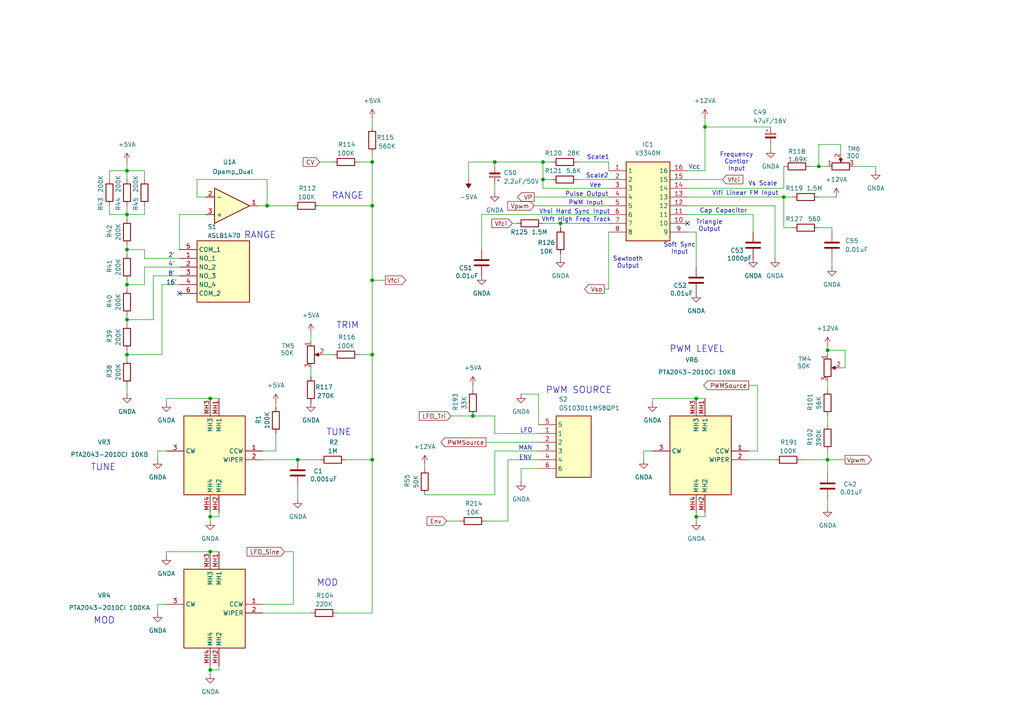
<source format=kicad_sch>
(kicad_sch (version 20231120) (generator "eeschema") (generator_version "8.0")
  (paper "A4")
  (lib_symbols
    (symbol "Device:C" (pin_numbers hide) (pin_names (offset 0.254))
      (property "Reference" "C" (at 0.635 2.54 0))
      (property "Value" "C" (at 0.635 -2.54 0))
      (symbol "C_0_1"
        (polyline (pts (xy -2.032 -0.762) (xy 2.032 -0.762)) (stroke (width 0.508)))
        (polyline (pts (xy -2.032 0.762) (xy 2.032 0.762)) (stroke (width 0.508)))
      )
      (symbol "C_1_1"
        (pin passive line (at 0 3.81 270) (length 2.794) (name "~") (number "1"))
        (pin passive line (at 0 -3.81 90) (length 2.794) (name "~") (number "2"))
      )
    )
    (symbol "Device:C_Polarized_Small" (pin_numbers hide) (pin_names (offset 0.254) hide)
      (property "Reference" "C" (at 0.254 1.778 0))
      (property "Value" "C_Polarized_Small" (at 0.254 -2.032 0))
      (symbol "C_Polarized_Small_0_1"
        (rectangle (start -1.524 -0.3048) (end 1.524 -0.6858) (fill (type outline)))
        (rectangle (start -1.524 0.6858) (end 1.524 0.3048))
        (polyline (pts (xy -1.27 1.524) (xy -0.762 1.524)))
        (polyline (pts (xy -1.016 1.27) (xy -1.016 1.778)))
      )
      (symbol "C_Polarized_Small_1_1"
        (pin passive line (at 0 2.54 270) (length 1.8542) (name "~") (number "1"))
        (pin passive line (at 0 -2.54 90) (length 1.8542) (name "~") (number "2"))
      )
    )
    (symbol "Device:Opamp_Dual"
      (property "Reference" "U" (at 0 5.08 0))
      (property "Value" "Opamp_Dual" (at 0 -5.08 0))
      (symbol "Opamp_Dual_1_1"
        (polyline (pts (xy -5.08 5.08) (xy 5.08 0) (xy -5.08 -5.08) (xy -5.08 5.08)) (stroke (width 0.254)) (fill (type background)))
        (pin output line (at 7.62 0 180) (length 2.54) (name "~") (number "1"))
        (pin input line (at -7.62 -2.54 0) (length 2.54) (name "-") (number "2"))
        (pin input line (at -7.62 2.54 0) (length 2.54) (name "+") (number "3"))
      )
      (symbol "Opamp_Dual_2_1"
        (polyline (pts (xy -5.08 5.08) (xy 5.08 0) (xy -5.08 -5.08) (xy -5.08 5.08)) (stroke (width 0.254)) (fill (type background)))
        (pin input line (at -7.62 2.54 0) (length 2.54) (name "+") (number "5"))
        (pin input line (at -7.62 -2.54 0) (length 2.54) (name "-") (number "6"))
        (pin output line (at 7.62 0 180) (length 2.54) (name "~") (number "7"))
      )
      (symbol "Opamp_Dual_3_1"
        (pin power_in line (at -2.54 -7.62 90) (length 3.81) (name "V-") (number "4"))
        (pin power_in line (at -2.54 7.62 270) (length 3.81) (name "V+") (number "8"))
      )
    )
    (symbol "Device:R" (pin_numbers hide) (pin_names (offset 0))
      (property "Reference" "R" (at 2.032 0 90))
      (property "Value" "R" (at 0 0 90))
      (symbol "R_0_1"
        (rectangle (start -1.016 -2.54) (end 1.016 2.54) (stroke (width 0.254)))
      )
      (symbol "R_1_1"
        (pin passive line (at 0 3.81 270) (length 1.27) (name "~") (number "1"))
        (pin passive line (at 0 -3.81 90) (length 1.27) (name "~") (number "2"))
      )
    )
    (symbol "Device:R_Potentiometer" (pin_names (offset 1.016) hide)
      (property "Reference" "RV" (at -4.445 0 90))
      (property "Value" "R_Potentiometer" (at -2.54 0 90))
      (symbol "R_Potentiometer_0_1"
        (polyline (pts (xy 2.54 0) (xy 1.524 0)))
        (polyline (pts (xy 1.143 0) (xy 2.286 0.508) (xy 2.286 -0.508) (xy 1.143 0)) (fill (type outline)))
        (rectangle (start 1.016 2.54) (end -1.016 -2.54) (stroke (width 0.254)))
      )
      (symbol "R_Potentiometer_1_1"
        (pin passive line (at 0 3.81 270) (length 1.27) (name "1") (number "1"))
        (pin passive line (at 3.81 0 180) (length 1.27) (name "2") (number "2"))
        (pin passive line (at 0 -3.81 90) (length 1.27) (name "3") (number "3"))
      )
    )
    (symbol "SamacSys_Parts:ASLB1470"
      (property "Reference" "S" (at 21.59 7.62 0))
      (property "Value" "ASLB1470" (at 21.59 5.08 0))
      (symbol "ASLB1470_1_1"
        (rectangle (start 5.08 2.54) (end 20.32 -15.24) (stroke (width 0.254)) (fill (type background)))
        (pin passive line (at 0 -2.54 0) (length 5.08) (name "NO_1") (number "1"))
        (pin passive line (at 0 -5.08 0) (length 5.08) (name "NO_2") (number "2"))
        (pin passive line (at 0 -7.62 0) (length 5.08) (name "NO_3") (number "3"))
        (pin passive line (at 0 -10.16 0) (length 5.08) (name "NO_4") (number "4"))
        (pin passive line (at 0 0 0) (length 5.08) (name "COM_1") (number "5"))
        (pin passive line (at 0 -12.7 0) (length 5.08) (name "COM_2") (number "6"))
      )
    )
    (symbol "SamacSys_Parts:OS103011MS8QP1"
      (property "Reference" "S" (at 16.51 7.62 0))
      (property "Value" "OS103011MS8QP1" (at 16.51 5.08 0))
      (symbol "OS103011MS8QP1_1_1"
        (rectangle (start 5.08 2.54) (end 15.24 -15.24) (stroke (width 0.254)) (fill (type background)))
        (pin passive line (at 0 -2.54 0) (length 5.08) (name "1") (number "1"))
        (pin passive line (at 0 -5.08 0) (length 5.08) (name "2") (number "2"))
        (pin passive line (at 0 -7.62 0) (length 5.08) (name "3") (number "3"))
        (pin passive line (at 0 -10.16 0) (length 5.08) (name "4") (number "4"))
        (pin passive line (at 0 0 0) (length 5.08) (name "5") (number "5"))
        (pin passive line (at 0 -12.7 0) (length 5.08) (name "6") (number "6"))
      )
    )
    (symbol "SamacSys_Parts:PTA2043-2010CIB104"
      (property "Reference" "VR" (at 24.13 15.24 0))
      (property "Value" "PTA2043-2010CIB104" (at 24.13 12.7 0))
      (symbol "PTA2043-2010CIB104_1_1"
        (rectangle (start 5.08 10.16) (end 22.86 -12.7) (stroke (width 0.254)) (fill (type background)))
        (pin passive line (at 0 0 0) (length 5.08) (name "CCW") (number "1"))
        (pin passive line (at 0 -2.54 0) (length 5.08) (name "WIPER") (number "2"))
        (pin passive line (at 27.94 0 180) (length 5.08) (name "CW") (number "3"))
        (pin passive line (at 12.7 15.24 270) (length 5.08) (name "MH1") (number "MH1"))
        (pin passive line (at 12.7 -17.78 90) (length 5.08) (name "MH2") (number "MH2"))
        (pin passive line (at 15.24 15.24 270) (length 5.08) (name "MH3") (number "MH3"))
        (pin passive line (at 15.24 -17.78 90) (length 5.08) (name "MH4") (number "MH4"))
      )
    )
    (symbol "SamacSys_Parts:V3340M"
      (property "Reference" "IC" (at 19.05 7.62 0))
      (property "Value" "V3340M" (at 19.05 5.08 0))
      (symbol "V3340M_1_1"
        (rectangle (start 5.08 2.54) (end 17.78 -20.32) (stroke (width 0.254)) (fill (type background)))
        (pin passive line (at 0 0 0) (length 5.08) (name "1") (number "1"))
        (pin passive line (at 22.86 -15.24 180) (length 5.08) (name "10") (number "10"))
        (pin passive line (at 22.86 -12.7 180) (length 5.08) (name "11") (number "11"))
        (pin passive line (at 22.86 -10.16 180) (length 5.08) (name "12") (number "12"))
        (pin passive line (at 22.86 -7.62 180) (length 5.08) (name "13") (number "13"))
        (pin passive line (at 22.86 -5.08 180) (length 5.08) (name "14") (number "14"))
        (pin passive line (at 22.86 -2.54 180) (length 5.08) (name "15") (number "15"))
        (pin passive line (at 22.86 0 180) (length 5.08) (name "16") (number "16"))
        (pin passive line (at 0 -2.54 0) (length 5.08) (name "2") (number "2"))
        (pin passive line (at 0 -5.08 0) (length 5.08) (name "3") (number "3"))
        (pin passive line (at 0 -7.62 0) (length 5.08) (name "4") (number "4"))
        (pin passive line (at 0 -10.16 0) (length 5.08) (name "5") (number "5"))
        (pin passive line (at 0 -12.7 0) (length 5.08) (name "6") (number "6"))
        (pin passive line (at 0 -15.24 0) (length 5.08) (name "7") (number "7"))
        (pin passive line (at 0 -17.78 0) (length 5.08) (name "8") (number "8"))
        (pin passive line (at 22.86 -17.78 180) (length 5.08) (name "9") (number "9"))
      )
    )
    (symbol "power:+12VA" (power) (pin_numbers hide) (pin_names (offset 0) hide)
      (property "Value" "+12VA" (at 0 3.556 0))
      (symbol "+12VA_0_1"
        (polyline (pts (xy -0.762 1.27) (xy 0 2.54)))
        (polyline (pts (xy 0 0) (xy 0 2.54)))
        (polyline (pts (xy 0 2.54) (xy 0.762 1.27)))
      )
      (symbol "+12VA_1_1"
        (pin power_in line (at 0 0 90) (length 0) (name "~") (number "1"))
      )
    )
    (symbol "power:+5VA" (power) (pin_numbers hide) (pin_names (offset 0) hide)
      (property "Value" "+5VA" (at 0 3.556 0))
      (symbol "+5VA_0_1"
        (polyline (pts (xy -0.762 1.27) (xy 0 2.54)))
        (polyline (pts (xy 0 0) (xy 0 2.54)))
        (polyline (pts (xy 0 2.54) (xy 0.762 1.27)))
      )
      (symbol "+5VA_1_1"
        (pin power_in line (at 0 0 90) (length 0) (name "~") (number "1"))
      )
    )
    (symbol "power:-5VA" (power) (pin_numbers hide) (pin_names (offset 0) hide)
      (property "Value" "-5VA" (at 0 3.556 0))
      (symbol "-5VA_0_0"
        (pin power_in line (at 0 0 90) (length 0) (name "~") (number "1"))
      )
      (symbol "-5VA_0_1"
        (polyline (pts (xy 0 0) (xy 0 1.27) (xy 0.762 1.27) (xy 0 2.54) (xy -0.762 1.27) (xy 0 1.27)) (fill (type outline)))
      )
    )
    (symbol "power:GNDA" (power) (pin_numbers hide) (pin_names (offset 0) hide)
      (property "Value" "GNDA" (at 0 -3.81 0))
      (symbol "GNDA_0_1"
        (polyline (pts (xy 0 0) (xy 0 -1.27) (xy 1.27 -1.27) (xy 0 -2.54) (xy -1.27 -1.27) (xy 0 -1.27)))
      )
      (symbol "GNDA_1_1"
        (pin power_in line (at 0 0 270) (length 0) (name "~") (number "1"))
      )
    )
  )
  (junction (at 36.83 72.39))
  (junction (at 157.48 46.99))
  (junction (at 36.83 62.23))
  (junction (at 107.95 59.69))
  (junction (at 36.83 92.71))
  (junction (at 36.83 102.87))
  (junction (at 36.83 82.55))
  (junction (at 240.03 101.6))
  (junction (at 60.96 160.02))
  (junction (at 60.96 194.31))
  (junction (at 227.33 57.15))
  (junction (at 107.95 81.28))
  (junction (at 237.49 48.26))
  (junction (at 107.95 46.99))
  (junction (at 157.48 52.07))
  (junction (at 86.36 133.35))
  (junction (at 201.93 149.86))
  (junction (at 162.56 64.77))
  (junction (at 107.95 133.35))
  (junction (at 204.47 36.83))
  (junction (at 60.96 149.86))
  (junction (at 137.16 120.65))
  (junction (at 143.51 46.99))
  (junction (at 36.83 49.53))
  (junction (at 60.96 115.57))
  (junction (at 240.03 133.35))
  (junction (at 77.47 59.69))
  (junction (at 201.93 115.57))
  (junction (at 107.95 102.87))
  (no_connect (at 199.39 64.77))
  (no_connect (at 52.07 85.09))
  (wire (pts (xy 199.39 57.15) (xy 227.33 57.15)))
  (wire (pts (xy 44.45 80.01) (xy 52.07 80.01)))
  (wire (pts (xy 201.93 149.86) (xy 204.47 149.86)))
  (wire (pts (xy 60.96 149.86) (xy 63.5 149.86)))
  (wire (pts (xy 154.94 57.15) (xy 176.53 57.15)))
  (wire (pts (xy 204.47 36.83) (xy 204.47 49.53)))
  (wire (pts (xy 52.07 72.39) (xy 52.07 62.23)))
  (wire (pts (xy 60.96 160.02) (xy 48.26 160.02)))
  (wire (pts (xy 129.54 151.13) (xy 133.35 151.13)))
  (wire (pts (xy 36.83 72.39) (xy 41.91 72.39)))
  (wire (pts (xy 48.26 160.02) (xy 48.26 161.29)))
  (wire (pts (xy 36.83 81.28) (xy 36.83 82.55)))
  (wire (pts (xy 240.03 120.65) (xy 240.03 123.19)))
  (wire (pts (xy 135.89 46.99) (xy 135.89 52.07)))
  (wire (pts (xy 85.09 175.26) (xy 85.09 160.02)))
  (wire (pts (xy 60.96 194.31) (xy 63.5 194.31)))
  (wire (pts (xy 74.93 59.69) (xy 77.47 59.69)))
  (wire (pts (xy 36.83 82.55) (xy 36.83 83.82)))
  (wire (pts (xy 31.75 62.23) (xy 36.83 62.23)))
  (wire (pts (xy 77.47 59.69) (xy 77.47 52.07)))
  (wire (pts (xy 167.64 52.07) (xy 176.53 52.07)))
  (wire (pts (xy 186.69 130.81) (xy 186.69 133.35)))
  (wire (pts (xy 36.83 82.55) (xy 41.91 82.55)))
  (wire (pts (xy 97.79 177.8) (xy 107.95 177.8)))
  (wire (pts (xy 176.53 46.99) (xy 167.64 46.99)))
  (wire (pts (xy 241.3 66.04) (xy 241.3 67.31)))
  (wire (pts (xy 151.13 135.89) (xy 151.13 139.7)))
  (wire (pts (xy 104.14 102.87) (xy 107.95 102.87)))
  (wire (pts (xy 130.81 120.65) (xy 137.16 120.65)))
  (wire (pts (xy 237.49 48.26) (xy 240.03 48.26)))
  (wire (pts (xy 63.5 194.31) (xy 63.5 193.04)))
  (wire (pts (xy 204.47 49.53) (xy 199.39 49.53)))
  (wire (pts (xy 243.84 41.91) (xy 237.49 41.91)))
  (wire (pts (xy 48.26 175.26) (xy 45.72 175.26)))
  (wire (pts (xy 31.75 52.07) (xy 31.75 49.53)))
  (wire (pts (xy 201.93 67.31) (xy 201.93 77.47)))
  (wire (pts (xy 227.33 48.26) (xy 227.33 54.61)))
  (wire (pts (xy 201.93 67.31) (xy 199.39 67.31)))
  (wire (pts (xy 41.91 62.23) (xy 41.91 59.69)))
  (wire (pts (xy 60.96 160.02) (xy 63.5 160.02)))
  (wire (pts (xy 156.21 135.89) (xy 151.13 135.89)))
  (wire (pts (xy 52.07 62.23) (xy 59.69 62.23)))
  (wire (pts (xy 48.26 130.81) (xy 45.72 130.81)))
  (wire (pts (xy 92.71 46.99) (xy 96.52 46.99)))
  (wire (pts (xy 36.83 49.53) (xy 36.83 52.07)))
  (wire (pts (xy 143.51 130.81) (xy 156.21 130.81)))
  (wire (pts (xy 41.91 82.55) (xy 41.91 77.47)))
  (wire (pts (xy 31.75 59.69) (xy 31.75 62.23)))
  (wire (pts (xy 135.89 46.99) (xy 143.51 46.99)))
  (wire (pts (xy 90.17 96.52) (xy 90.17 99.06)))
  (wire (pts (xy 247.65 48.26) (xy 254 48.26)))
  (wire (pts (xy 189.23 130.81) (xy 186.69 130.81)))
  (wire (pts (xy 243.84 106.68) (xy 245.11 106.68)))
  (wire (pts (xy 176.53 49.53) (xy 176.53 46.99)))
  (wire (pts (xy 176.53 62.23) (xy 139.7 62.23)))
  (wire (pts (xy 218.44 62.23) (xy 218.44 67.31)))
  (wire (pts (xy 86.36 133.35) (xy 92.71 133.35)))
  (wire (pts (xy 76.2 133.35) (xy 86.36 133.35)))
  (wire (pts (xy 224.79 59.69) (xy 224.79 74.93)))
  (wire (pts (xy 162.56 64.77) (xy 176.53 64.77)))
  (wire (pts (xy 80.01 118.11) (xy 80.01 116.84)))
  (wire (pts (xy 240.03 133.35) (xy 245.11 133.35)))
  (wire (pts (xy 41.91 72.39) (xy 41.91 74.93)))
  (wire (pts (xy 143.51 46.99) (xy 157.48 46.99)))
  (wire (pts (xy 123.19 143.51) (xy 143.51 143.51)))
  (wire (pts (xy 107.95 102.87) (xy 107.95 81.28)))
  (wire (pts (xy 240.03 130.81) (xy 240.03 133.35)))
  (wire (pts (xy 176.53 54.61) (xy 157.48 54.61)))
  (wire (pts (xy 77.47 59.69) (xy 85.09 59.69)))
  (wire (pts (xy 85.09 160.02) (xy 82.55 160.02)))
  (wire (pts (xy 111.76 81.28) (xy 107.95 81.28)))
  (wire (pts (xy 60.96 149.86) (xy 60.96 151.13)))
  (wire (pts (xy 60.96 115.57) (xy 63.5 115.57)))
  (wire (pts (xy 107.95 177.8) (xy 107.95 133.35)))
  (wire (pts (xy 36.83 49.53) (xy 41.91 49.53)))
  (wire (pts (xy 201.93 149.86) (xy 201.93 151.13)))
  (wire (pts (xy 240.03 100.33) (xy 240.03 101.6)))
  (wire (pts (xy 175.26 83.82) (xy 176.53 83.82)))
  (wire (pts (xy 234.95 48.26) (xy 237.49 48.26)))
  (wire (pts (xy 36.83 59.69) (xy 36.83 62.23)))
  (wire (pts (xy 156.21 123.19) (xy 156.21 114.3)))
  (wire (pts (xy 237.49 41.91) (xy 237.49 48.26)))
  (wire (pts (xy 157.48 46.99) (xy 160.02 46.99)))
  (wire (pts (xy 223.52 41.91) (xy 223.52 43.18)))
  (wire (pts (xy 107.95 46.99) (xy 107.95 59.69)))
  (wire (pts (xy 254 48.26) (xy 254 49.53)))
  (wire (pts (xy 46.99 82.55) (xy 52.07 82.55)))
  (wire (pts (xy 93.98 102.87) (xy 96.52 102.87)))
  (wire (pts (xy 41.91 49.53) (xy 41.91 52.07)))
  (wire (pts (xy 157.48 64.77) (xy 162.56 64.77)))
  (wire (pts (xy 240.03 133.35) (xy 240.03 137.16)))
  (wire (pts (xy 36.83 62.23) (xy 36.83 63.5)))
  (wire (pts (xy 154.94 59.69) (xy 176.53 59.69)))
  (wire (pts (xy 201.93 148.59) (xy 201.93 149.86)))
  (wire (pts (xy 204.47 36.83) (xy 223.52 36.83)))
  (wire (pts (xy 46.99 102.87) (xy 46.99 82.55)))
  (wire (pts (xy 36.83 102.87) (xy 36.83 104.14)))
  (wire (pts (xy 237.49 57.15) (xy 242.57 57.15)))
  (wire (pts (xy 227.33 57.15) (xy 229.87 57.15)))
  (wire (pts (xy 80.01 125.73) (xy 80.01 130.81)))
  (wire (pts (xy 41.91 77.47) (xy 52.07 77.47)))
  (wire (pts (xy 86.36 140.97) (xy 86.36 144.78)))
  (wire (pts (xy 199.39 62.23) (xy 218.44 62.23)))
  (wire (pts (xy 48.26 115.57) (xy 48.26 116.84)))
  (wire (pts (xy 36.83 72.39) (xy 36.83 73.66)))
  (wire (pts (xy 45.72 130.81) (xy 45.72 133.35)))
  (wire (pts (xy 107.95 102.87) (xy 107.95 133.35)))
  (wire (pts (xy 209.55 52.07) (xy 199.39 52.07)))
  (wire (pts (xy 143.51 53.34) (xy 143.51 55.88)))
  (wire (pts (xy 176.53 83.82) (xy 176.53 67.31)))
  (wire (pts (xy 31.75 49.53) (xy 36.83 49.53)))
  (wire (pts (xy 219.71 111.76) (xy 217.17 111.76)))
  (wire (pts (xy 76.2 130.81) (xy 80.01 130.81)))
  (wire (pts (xy 137.16 120.65) (xy 143.51 120.65)))
  (wire (pts (xy 157.48 46.99) (xy 157.48 52.07)))
  (wire (pts (xy 41.91 74.93) (xy 52.07 74.93)))
  (wire (pts (xy 139.7 62.23) (xy 139.7 72.39)))
  (wire (pts (xy 201.93 115.57) (xy 204.47 115.57)))
  (wire (pts (xy 36.83 46.99) (xy 36.83 49.53)))
  (wire (pts (xy 45.72 175.26) (xy 45.72 177.8)))
  (wire (pts (xy 63.5 149.86) (xy 63.5 148.59)))
  (wire (pts (xy 36.83 92.71) (xy 36.83 93.98)))
  (wire (pts (xy 36.83 71.12) (xy 36.83 72.39)))
  (wire (pts (xy 243.84 44.45) (xy 243.84 41.91)))
  (wire (pts (xy 240.03 101.6) (xy 240.03 102.87)))
  (wire (pts (xy 76.2 175.26) (xy 85.09 175.26)))
  (wire (pts (xy 217.17 130.81) (xy 219.71 130.81)))
  (wire (pts (xy 240.03 144.78) (xy 240.03 147.32)))
  (wire (pts (xy 77.47 52.07) (xy 57.15 52.07)))
  (wire (pts (xy 199.39 59.69) (xy 224.79 59.69)))
  (wire (pts (xy 90.17 177.8) (xy 76.2 177.8)))
  (wire (pts (xy 204.47 34.29) (xy 204.47 36.83)))
  (wire (pts (xy 60.96 194.31) (xy 60.96 195.58)))
  (wire (pts (xy 44.45 92.71) (xy 44.45 80.01)))
  (wire (pts (xy 204.47 149.86) (xy 204.47 148.59)))
  (wire (pts (xy 148.59 64.77) (xy 149.86 64.77)))
  (wire (pts (xy 217.17 133.35) (xy 224.79 133.35)))
  (wire (pts (xy 227.33 57.15) (xy 227.33 66.04)))
  (wire (pts (xy 232.41 133.35) (xy 240.03 133.35)))
  (wire (pts (xy 227.33 54.61) (xy 199.39 54.61)))
  (wire (pts (xy 245.11 101.6) (xy 240.03 101.6)))
  (wire (pts (xy 229.87 66.04) (xy 227.33 66.04)))
  (wire (pts (xy 157.48 54.61) (xy 157.48 52.07)))
  (wire (pts (xy 143.51 125.73) (xy 156.21 125.73)))
  (wire (pts (xy 140.97 128.27) (xy 156.21 128.27)))
  (wire (pts (xy 143.51 120.65) (xy 143.51 125.73)))
  (wire (pts (xy 104.14 46.99) (xy 107.95 46.99)))
  (wire (pts (xy 90.17 106.68) (xy 90.17 109.22)))
  (wire (pts (xy 107.95 44.45) (xy 107.95 46.99)))
  (wire (pts (xy 162.56 74.93) (xy 162.56 73.66)))
  (wire (pts (xy 201.93 115.57) (xy 189.23 115.57)))
  (wire (pts (xy 60.96 148.59) (xy 60.96 149.86)))
  (wire (pts (xy 107.95 59.69) (xy 107.95 81.28)))
  (wire (pts (xy 57.15 57.15) (xy 59.69 57.15)))
  (wire (pts (xy 219.71 130.81) (xy 219.71 111.76)))
  (wire (pts (xy 147.32 133.35) (xy 156.21 133.35)))
  (wire (pts (xy 36.83 62.23) (xy 41.91 62.23)))
  (wire (pts (xy 143.51 143.51) (xy 143.51 130.81)))
  (wire (pts (xy 36.83 102.87) (xy 46.99 102.87)))
  (wire (pts (xy 143.51 46.99) (xy 143.51 48.26)))
  (wire (pts (xy 137.16 111.76) (xy 137.16 113.03)))
  (wire (pts (xy 237.49 66.04) (xy 241.3 66.04)))
  (wire (pts (xy 57.15 52.07) (xy 57.15 57.15)))
  (wire (pts (xy 36.83 91.44) (xy 36.83 92.71)))
  (wire (pts (xy 241.3 74.93) (xy 241.3 77.47)))
  (wire (pts (xy 240.03 110.49) (xy 240.03 113.03)))
  (wire (pts (xy 107.95 34.29) (xy 107.95 36.83)))
  (wire (pts (xy 123.19 134.62) (xy 123.19 135.89)))
  (wire (pts (xy 60.96 115.57) (xy 48.26 115.57)))
  (wire (pts (xy 162.56 64.77) (xy 162.56 66.04)))
  (wire (pts (xy 189.23 115.57) (xy 189.23 116.84)))
  (wire (pts (xy 36.83 111.76) (xy 36.83 114.3)))
  (wire (pts (xy 36.83 101.6) (xy 36.83 102.87)))
  (wire (pts (xy 92.71 59.69) (xy 107.95 59.69)))
  (wire (pts (xy 60.96 193.04) (xy 60.96 194.31)))
  (wire (pts (xy 140.97 151.13) (xy 147.32 151.13)))
  (wire (pts (xy 160.02 52.07) (xy 157.48 52.07)))
  (wire (pts (xy 156.21 114.3) (xy 151.13 114.3)))
  (wire (pts (xy 245.11 106.68) (xy 245.11 101.6)))
  (wire (pts (xy 147.32 151.13) (xy 147.32 133.35)))
  (wire (pts (xy 100.33 133.35) (xy 107.95 133.35)))
  (wire (pts (xy 36.83 92.71) (xy 44.45 92.71)))
  (text "Vhft High Freq Track" (at 167.132 63.754 0) (effects (font (size 1.27 1.27))))
  (text "LFO" (at 152.654 124.968 0) (effects (font (size 1.27 1.27))))
  (text "TRIM" (at 100.838 94.488 0) (effects (font (size 1.905 1.905))))
  (text "MOD" (at 94.996 169.164 0) (effects (font (size 1.905 1.905))))
  (text "Vee" (at 172.72 53.848 0) (effects (font (size 1.27 1.27))))
  (text "MAN" (at 152.4 130.048 0) (effects (font (size 1.27 1.27))))
  (text "TUNE" (at 29.972 135.636 0) (effects (font (size 1.905 1.905))))
  (text "Sawtooth\nOutput" (at 182.118 76.2 0) (effects (font (size 1.27 1.27))))
  (text "4'" (at 49.784 76.708 0) (effects (font (size 1.27 1.27))))
  (text "PWM Input" (at 169.926 58.928 0) (effects (font (size 1.27 1.27))))
  (text "RANGE" (at 75.438 68.326 0) (effects (font (size 1.905 1.905))))
  (text "Vcc" (at 201.422 48.514 0) (effects (font (size 1.27 1.27))))
  (text "PWM SOURCE" (at 167.894 113.284 0) (effects (font (size 1.905 1.905))))
  (text "Vhsi Hard Sync Input" (at 166.624 61.468 0) (effects (font (size 1.27 1.27))))
  (text "MOD" (at 30.226 180.086 0) (effects (font (size 1.905 1.905))))
  (text "2'" (at 49.784 74.168 0) (effects (font (size 1.27 1.27))))
  (text "Vlfi Linear FM Input" (at 216.154 56.134 0) (effects (font (size 1.27 1.27))))
  (text "16'" (at 49.784 82.042 0) (effects (font (size 1.27 1.27))))
  (text "Pulse Output" (at 170.18 56.388 0) (effects (font (size 1.27 1.27))))
  (text "Vs Scale" (at 221.234 53.34 0) (effects (font (size 1.27 1.27))))
  (text "Scale1" (at 173.482 45.72 0) (effects (font (size 1.27 1.27))))
  (text "Scale2" (at 173.228 51.054 0) (effects (font (size 1.27 1.27))))
  (text "Triangle\nOutput" (at 205.74 65.532 0) (effects (font (size 1.27 1.27))))
  (text "Cap Capacitor" (at 209.804 61.214 0) (effects (font (size 1.27 1.27))))
  (text "PWM LEVEL" (at 202.184 101.346 0) (effects (font (size 1.905 1.905))))
  (text "Frequency\nContlor\nInput" (at 213.614 46.99 0) (effects (font (size 1.27 1.27))))
  (text "Soft Sync\nInput" (at 197.104 72.136 0) (effects (font (size 1.27 1.27))))
  (text "TUNE" (at 98.298 125.476 0) (effects (font (size 1.905 1.905))))
  (text "RANGE" (at 100.838 56.896 0) (effects (font (size 1.905 1.905))))
  (text "8'" (at 49.784 79.502 0) (effects (font (size 1.27 1.27))))
  (text "ENV" (at 152.4 132.842 0) (effects (font (size 1.27 1.27))))
  (global_label "Vso" (shape output) (at 175.26 83.82 180) (property "Intersheetrefs" "${INTERSHEET_REFS}" (effects (hide yes))))
  (global_label "PWMSource" (shape output) (at 140.97 128.27 180) (property "Intersheetrefs" "${INTERSHEET_REFS}" (effects (hide yes))))
  (global_label "Vfci" (shape input) (at 209.55 52.07 0) (property "Intersheetrefs" "${INTERSHEET_REFS}" (effects (hide yes))))
  (global_label "Env" (shape input) (at 129.54 151.13 180) (property "Intersheetrefs" "${INTERSHEET_REFS}" (effects (hide yes))))
  (global_label "Vfci" (shape output) (at 111.76 81.28 0) (property "Intersheetrefs" "${INTERSHEET_REFS}" (effects (hide yes))))
  (global_label "Vpwm" (shape output) (at 245.11 133.35 0) (property "Intersheetrefs" "${INTERSHEET_REFS}" (effects (hide yes))))
  (global_label "CV" (shape input) (at 92.71 46.99 180) (property "Intersheetrefs" "${INTERSHEET_REFS}" (effects (hide yes))))
  (global_label "Vpwm" (shape input) (at 154.94 59.69 180) (property "Intersheetrefs" "${INTERSHEET_REFS}" (effects (hide yes))))
  (global_label "Vfci" (shape input) (at 148.59 64.77 180) (property "Intersheetrefs" "${INTERSHEET_REFS}" (effects (hide yes))))
  (global_label "LFO_Tri" (shape input) (at 130.81 120.65 180) (property "Intersheetrefs" "${INTERSHEET_REFS}" (effects (hide yes))))
  (global_label "VP" (shape output) (at 154.94 57.15 180) (property "Intersheetrefs" "${INTERSHEET_REFS}" (effects (hide yes))))
  (global_label "PWMSource" (shape output) (at 217.17 111.76 180) (property "Intersheetrefs" "${INTERSHEET_REFS}" (effects (hide yes))))
  (global_label "LFO_Sine" (shape input) (at 82.55 160.02 180) (property "Intersheetrefs" "${INTERSHEET_REFS}" (effects (hide yes))))
  (symbol (lib_id "power:GNDA") (at 60.96 151.13 0) (unit 1)
    (property "Reference" "#PWR053" (effects (hide yes)))
    (property "Value" "GNDA" (at 60.96 156.21 0))
    (property "Description" "Power symbol creates a global label with name \"GNDA\" , analog ground" (effects (hide yes)))
  )
  (symbol (lib_id "Device:R") (at 231.14 48.26 90) (unit 1)
    (property "Reference" "R118" (at 231.14 43.942 90))
    (property "Value" "1.69K" (at 231.394 46.228 90))
    (property "Footprint" "Resistor_THT:R_Axial_DIN0207_L6.3mm_D2.5mm_P2.54mm_Vertical" (effects (hide yes)))
    (property "Description" "Resistor" (effects (hide yes)))
  )
  (symbol (lib_id "Device:R") (at 163.83 52.07 90) (unit 1)
    (property "Reference" "R121" (at 160.528 49.53 90))
    (property "Value" "5.6K" (at 166.37 49.53 90))
    (property "Footprint" "Resistor_THT:R_Axial_DIN0207_L6.3mm_D2.5mm_P2.54mm_Vertical" (effects (hide yes)))
    (property "Description" "Resistor" (effects (hide yes)))
  )
  (symbol (lib_id "power:GNDA") (at 151.13 114.3 0) (unit 1)
    (property "Reference" "#PWR027" (effects (hide yes)))
    (property "Value" "GNDA" (at 151.13 119.38 0))
    (property "Description" "Power symbol creates a global label with name \"GNDA\" , analog ground" (effects (hide yes)))
  )
  (symbol (lib_id "Device:C") (at 201.93 81.28 180) (unit 1)
    (property "Reference" "C52" (at 195.326 82.804 0) (effects (justify right)))
    (property "Value" "0.01uF" (at 194.31 85.09 0) (effects (justify right)))
    (property "Footprint" "Capacitor_THT:C_Disc_D5.0mm_W2.5mm_P2.50mm" (effects (hide yes)))
    (property "Description" "Unpolarized capacitor" (effects (hide yes)))
  )
  (symbol (lib_id "power:GNDA") (at 241.3 77.47 0) (unit 1)
    (property "Reference" "#PWR04" (effects (hide yes)))
    (property "Value" "GNDA" (at 241.3 82.55 0))
    (property "Description" "Power symbol creates a global label with name \"GNDA\" , analog ground" (effects (hide yes)))
  )
  (symbol (lib_id "power:GNDA") (at 223.52 43.18 0) (unit 1)
    (property "Reference" "#PWR012" (effects (hide yes)))
    (property "Value" "GNDA" (at 223.52 48.26 0))
    (property "Description" "Power symbol creates a global label with name \"GNDA\" , analog ground" (effects (hide yes)))
  )
  (symbol (lib_id "Device:Opamp_Dual") (at 67.31 59.69 0) (mirror x) (unit 1)
    (property "Reference" "U1" (at 66.548 46.99 0))
    (property "Value" "Opamp_Dual" (at 67.564 49.784 0))
    (property "Footprint" "Package_DIP:DIP-8_W7.62mm_LongPads" (effects (hide yes)))
    (property "Description" "Dual operational amplifier" (effects (hide yes)))
    (property "Sim.Library" "${KICAD7_SYMBOL_DIR}/Simulation_SPICE.sp" (effects (hide yes)))
    (property "Sim.Name" "kicad_builtin_opamp_dual" (effects (hide yes)))
    (property "Sim.Device" "SUBCKT" (effects (hide yes)))
    (property "Sim.Pins" "1=out1 2=in1- 3=in1+ 4=vee 5=in2+ 6=in2- 7=out2 8=vcc" (effects (hide yes)))
  )
  (symbol (lib_id "Device:C") (at 218.44 71.12 180) (unit 1)
    (property "Reference" "C53" (at 211.836 72.644 0) (effects (justify right)))
    (property "Value" "1000pF" (at 210.82 74.93 0) (effects (justify right)))
    (property "Footprint" "Capacitor_THT:C_Disc_D5.0mm_W2.5mm_P2.50mm" (effects (hide yes)))
    (property "Description" "Unpolarized capacitor" (effects (hide yes)))
  )
  (symbol (lib_id "SamacSys_Parts:ASLB1470") (at 52.07 72.39 0) (unit 1)
    (property "Reference" "S1" (at 60.198 65.786 0) (effects (justify left)))
    (property "Value" "ASLB1470" (at 60.198 68.326 0) (effects (justify left)))
    (property "Footprint" "ASLB1470" (effects (hide yes)))
    (property "Datasheet" "https://www.apem.com/idec-apem/en_US/medias/APEM-Miniature-slide-switches-ASLB.pdf?context=bWFzdGVyfGRvY3VtZW50c3w3NTg1MTl8YXBwbGljYXRpb24vcGRmfGhlOS9oMzcvOTI0ODEwNzc1NzU5OC9BUEVNX01pbmlhdHVyZV9zbGlkZV9zd2l0Y2hlc19BU0xCLnBkZnxjNTg2OTBhOTE1NWYyMDA4MDQxNzBk" (effects (hide yes)))
    (property "Description" "SLIDE SWITCH, SP4T, 0.3A, 30VDC, TH" (effects (hide yes)))
    (property "Height" "12.5" (effects (hide yes)))
    (property "Manufacturer_Name" "Apem" (effects (hide yes)))
    (property "Manufacturer_Part_Number" "ASLB1470" (effects (hide yes)))
    (property "Mouser Part Number" "642-ASLB1470" (effects (hide yes)))
    (property "Mouser Price/Stock" "https://www.mouser.co.uk/ProductDetail/Apem/ASLB1470?qs=ZcfC38r4PouxH%252B3aw5DLBw%3D%3D" (effects (hide yes)))
  )
  (symbol (lib_id "power:+5VA") (at 80.01 116.84 0) (unit 1)
    (property "Reference" "#PWR017" (effects (hide yes)))
    (property "Value" "+5VA" (at 80.01 111.76 0))
    (property "Description" "Power symbol creates a global label with name \"+5VA\"" (effects (hide yes)))
  )
  (symbol (lib_id "power:+5VA") (at 107.95 34.29 0) (unit 1)
    (property "Reference" "#PWR023" (effects (hide yes)))
    (property "Value" "+5VA" (at 107.95 29.21 0))
    (property "Description" "Power symbol creates a global label with name \"+5VA\"" (effects (hide yes)))
  )
  (symbol (lib_id "power:GNDA") (at 162.56 74.93 0) (unit 1)
    (property "Reference" "#PWR010" (effects (hide yes)))
    (property "Value" "GNDA" (at 162.56 80.01 0))
    (property "Description" "Power symbol creates a global label with name \"GNDA\" , analog ground" (effects (hide yes)))
  )
  (symbol (lib_id "power:+5VA") (at 90.17 96.52 0) (unit 1)
    (property "Reference" "#PWR021" (effects (hide yes)))
    (property "Value" "+5VA" (at 90.17 91.44 0))
    (property "Description" "Power symbol creates a global label with name \"+5VA\"" (effects (hide yes)))
  )
  (symbol (lib_id "Device:R") (at 93.98 177.8 90) (unit 1)
    (property "Reference" "R104" (at 94.234 172.72 90))
    (property "Value" "220K" (at 93.98 175.26 90))
    (property "Footprint" "Resistor_THT:R_Axial_DIN0207_L6.3mm_D2.5mm_P2.54mm_Vertical" (effects (hide yes)))
    (property "Description" "Resistor" (effects (hide yes)))
  )
  (symbol (lib_id "Device:R_Potentiometer") (at 243.84 48.26 90) (unit 1)
    (property "Reference" "TM6" (at 247.65 43.18 90))
    (property "Value" "300" (at 247.396 45.212 90))
    (property "Footprint" "Potentiometer_THT:Potentiometer_Bourns_3386P_Vertical" (effects (hide yes)))
    (property "Description" "Potentiometer" (effects (hide yes)))
  )
  (symbol (lib_id "power:GNDA") (at 240.03 147.32 0) (unit 1)
    (property "Reference" "#PWR033" (effects (hide yes)))
    (property "Value" "GNDA" (at 240.03 152.4 0))
    (property "Description" "Power symbol creates a global label with name \"GNDA\" , analog ground" (effects (hide yes)))
  )
  (symbol (lib_id "power:+5VA") (at 137.16 111.76 0) (unit 1)
    (property "Reference" "#PWR029" (effects (hide yes)))
    (property "Value" "+5VA" (at 137.16 106.68 0))
    (property "Description" "Power symbol creates a global label with name \"+5VA\"" (effects (hide yes)))
  )
  (symbol (lib_id "Device:R") (at 31.75 55.88 180) (unit 1)
    (property "Reference" "R43" (at 29.21 59.182 90))
    (property "Value" "200K" (at 29.21 53.34 90))
    (property "Footprint" "Resistor_THT:R_Axial_DIN0207_L6.3mm_D2.5mm_P2.54mm_Vertical" (effects (hide yes)))
    (property "Description" "Resistor" (effects (hide yes)))
  )
  (symbol (lib_id "power:GNDA") (at 36.83 114.3 0) (unit 1)
    (property "Reference" "#PWR014" (effects (hide yes)))
    (property "Value" "GNDA" (at 36.83 119.38 0))
    (property "Description" "Power symbol creates a global label with name \"GNDA\" , analog ground" (effects (hide yes)))
  )
  (symbol (lib_id "power:+12VA") (at 240.03 100.33 0) (unit 1)
    (property "Reference" "#PWR032" (effects (hide yes)))
    (property "Value" "+12VA" (at 240.03 95.25 0))
    (property "Description" "Power symbol creates a global label with name \"+12VA\"" (effects (hide yes)))
  )
  (symbol (lib_id "power:-5VA") (at 135.89 52.07 180) (unit 1)
    (property "Reference" "#PWR09" (effects (hide yes)))
    (property "Value" "-5VA" (at 135.89 57.15 0))
    (property "Description" "Power symbol creates a global label with name \"-5VA\"" (effects (hide yes)))
  )
  (symbol (lib_id "SamacSys_Parts:PTA2043-2010CIB104") (at 76.2 175.26 0) (mirror y) (unit 1)
    (property "Reference" "VR4" (at 30.226 172.72 0))
    (property "Value" "PTA2043-2010CI 100KA" (at 31.75 176.276 0))
    (property "Footprint" "PTA20432010CIB104" (effects (hide yes)))
    (property "Datasheet" "https://www.bourns.com/docs/Product-Datasheets/pta.pdf" (effects (hide yes)))
    (property "Description" "100 kOhms 0.1W, 1/10W Through Hole Slide Potentiometer Top Adjustment Type" (effects (hide yes)))
    (property "Height" "26.5" (effects (hide yes)))
    (property "Manufacturer_Name" "Bourns" (effects (hide yes)))
    (property "Manufacturer_Part_Number" "PTA2043-2010CIB104" (effects (hide yes)))
    (property "Mouser Part Number" "652-PTA2432010CIB104" (effects (hide yes)))
    (property "Mouser Price/Stock" "https://www.mouser.co.uk/ProductDetail/Bourns/PTA2043-2010CIB104?qs=QARuOjD9jaHYsv9Jo8DrWA%3D%3D" (effects (hide yes)))
    (property "Arrow Part Number" "PTA2043-2010CIB104" (effects (hide yes)))
    (property "Arrow Price/Stock" "https://www.arrow.com/en/products/pta2043-2010cib104/bourns?utm_currency=USD&region=nac" (effects (hide yes)))
  )
  (symbol (lib_id "Device:R") (at 137.16 116.84 180) (unit 1)
    (property "Reference" "R193" (at 132.08 116.586 90))
    (property "Value" "33K" (at 134.62 116.84 90))
    (property "Footprint" "Resistor_THT:R_Axial_DIN0207_L6.3mm_D2.5mm_P2.54mm_Vertical" (effects (hide yes)))
    (property "Description" "Resistor" (effects (hide yes)))
  )
  (symbol (lib_id "SamacSys_Parts:PTA2043-2010CIB104") (at 76.2 130.81 0) (mirror y) (unit 1)
    (property "Reference" "VR3" (at 30.226 128.27 0))
    (property "Value" "PTA2043-2010CI 10KB" (at 31.75 131.826 0))
    (property "Footprint" "PTA20432010CIB104" (effects (hide yes)))
    (property "Datasheet" "https://www.bourns.com/docs/Product-Datasheets/pta.pdf" (effects (hide yes)))
    (property "Description" "100 kOhms 0.1W, 1/10W Through Hole Slide Potentiometer Top Adjustment Type" (effects (hide yes)))
    (property "Height" "26.5" (effects (hide yes)))
    (property "Manufacturer_Name" "Bourns" (effects (hide yes)))
    (property "Manufacturer_Part_Number" "PTA2043-2010CIB104" (effects (hide yes)))
    (property "Mouser Part Number" "652-PTA2432010CIB104" (effects (hide yes)))
    (property "Mouser Price/Stock" "https://www.mouser.co.uk/ProductDetail/Bourns/PTA2043-2010CIB104?qs=QARuOjD9jaHYsv9Jo8DrWA%3D%3D" (effects (hide yes)))
    (property "Arrow Part Number" "PTA2043-2010CIB104" (effects (hide yes)))
    (property "Arrow Price/Stock" "https://www.arrow.com/en/products/pta2043-2010cib104/bourns?utm_currency=USD&region=nac" (effects (hide yes)))
  )
  (symbol (lib_id "power:GNDA") (at 139.7 80.01 0) (unit 1)
    (property "Reference" "#PWR08" (effects (hide yes)))
    (property "Value" "GNDA" (at 139.7 85.09 0))
    (property "Description" "Power symbol creates a global label with name \"GNDA\" , analog ground" (effects (hide yes)))
  )
  (symbol (lib_id "Device:R") (at 228.6 133.35 90) (unit 1)
    (property "Reference" "R191" (at 228.854 128.27 90))
    (property "Value" "100K" (at 228.6 130.81 90))
    (property "Footprint" "Resistor_THT:R_Axial_DIN0207_L6.3mm_D2.5mm_P2.54mm_Vertical" (effects (hide yes)))
    (property "Description" "Resistor" (effects (hide yes)))
  )
  (symbol (lib_id "Device:C_Polarized_Small") (at 143.51 50.8 180) (unit 1)
    (property "Reference" "C50" (at 146.05 50.076 0) (effects (justify right)))
    (property "Value" "2.2uF/50V" (at 146.05 52.616 0) (effects (justify right)))
    (property "Footprint" "Capacitor_THT:CP_Radial_D5.0mm_P2.50mm" (effects (hide yes)))
    (property "Description" "Polarized capacitor, small symbol" (effects (hide yes)))
  )
  (symbol (lib_id "Device:R") (at 240.03 127 180) (unit 1)
    (property "Reference" "R102" (at 234.95 126.746 90))
    (property "Value" "390K" (at 237.49 127 90))
    (property "Footprint" "Resistor_THT:R_Axial_DIN0207_L6.3mm_D2.5mm_P2.54mm_Vertical" (effects (hide yes)))
    (property "Description" "Resistor" (effects (hide yes)))
  )
  (symbol (lib_id "Device:R") (at 137.16 151.13 90) (unit 1)
    (property "Reference" "R214" (at 137.414 146.05 90))
    (property "Value" "10K" (at 137.16 148.59 90))
    (property "Footprint" "Resistor_THT:R_Axial_DIN0207_L6.3mm_D2.5mm_P2.54mm_Vertical" (effects (hide yes)))
    (property "Description" "Resistor" (effects (hide yes)))
  )
  (symbol (lib_id "Device:C") (at 86.36 137.16 180) (unit 1)
    (property "Reference" "C1" (at 90.932 136.652 0) (effects (justify right)))
    (property "Value" "0.001uF" (at 89.916 138.938 0) (effects (justify right)))
    (property "Footprint" "Capacitor_THT:C_Disc_D5.0mm_W2.5mm_P2.50mm" (effects (hide yes)))
    (property "Description" "Unpolarized capacitor" (effects (hide yes)))
  )
  (symbol (lib_id "SamacSys_Parts:OS103011MS8QP1") (at 156.21 123.19 0) (unit 1)
    (property "Reference" "S2" (at 162.052 115.824 0) (effects (justify left)))
    (property "Value" "OS103011MS8QP1" (at 162.052 118.364 0) (effects (justify left)))
    (property "Footprint" "OS103011MS8QP1" (effects (hide yes)))
    (property "Datasheet" "https://www.ckswitches.com/media/1428/os.pdf" (effects (hide yes)))
    (property "Description" "C & K COMPONENTS - OS103011MS8QP1 - SWITCH, SP3T, 0.1A, 12VDC, PCB, ON-ON-ON" (effects (hide yes)))
    (property "Height" "8" (effects (hide yes)))
    (property "Manufacturer_Name" "C & K COMPONENTS" (effects (hide yes)))
    (property "Manufacturer_Part_Number" "OS103011MS8QP1" (effects (hide yes)))
    (property "Mouser Part Number" "611-OS103011MS8QP1" (effects (hide yes)))
    (property "Mouser Price/Stock" "https://www.mouser.co.uk/ProductDetail/CK/OS103011MS8QP1?qs=86ySKn7Oc5W2%252Bzm5uDBfBA%3D%3D" (effects (hide yes)))
    (property "Arrow Part Number" "OS103011MS8QP1" (effects (hide yes)))
    (property "Arrow Price/Stock" "https://www.arrow.com/en/products/os103011ms8qp1/ck?region=europe" (effects (hide yes)))
  )
  (symbol (lib_id "power:GNDA") (at 45.72 177.8 0) (unit 1)
    (property "Reference" "#PWR024" (effects (hide yes)))
    (property "Value" "GNDA" (at 45.72 182.88 0))
    (property "Description" "Power symbol creates a global label with name \"GNDA\" , analog ground" (effects (hide yes)))
  )
  (symbol (lib_id "Device:R") (at 36.83 55.88 180) (unit 1)
    (property "Reference" "R44" (at 34.29 59.182 90))
    (property "Value" "200K" (at 34.29 53.34 90))
    (property "Footprint" "Resistor_THT:R_Axial_DIN0207_L6.3mm_D2.5mm_P2.54mm_Vertical" (effects (hide yes)))
    (property "Description" "Resistor" (effects (hide yes)))
  )
  (symbol (lib_id "Device:R_Potentiometer") (at 90.17 102.87 0) (unit 1)
    (property "Reference" "TM5" (at 83.566 100.33 0))
    (property "Value" "50K" (at 83.312 102.362 0))
    (property "Footprint" "Potentiometer_THT:Potentiometer_Bourns_3386P_Vertical" (effects (hide yes)))
    (property "Description" "Potentiometer" (effects (hide yes)))
  )
  (symbol (lib_id "Device:R") (at 88.9 59.69 90) (unit 1)
    (property "Reference" "R112" (at 89.154 54.61 90))
    (property "Value" "100K" (at 88.9 57.15 90))
    (property "Footprint" "Resistor_THT:R_Axial_DIN0207_L6.3mm_D2.5mm_P2.54mm_Vertical" (effects (hide yes)))
    (property "Description" "Resistor" (effects (hide yes)))
  )
  (symbol (lib_id "Device:R") (at 162.56 69.85 180) (unit 1)
    (property "Reference" "R126" (at 158.496 70.358 0))
    (property "Value" "10K" (at 158.496 72.898 0))
    (property "Footprint" "Resistor_THT:R_Axial_DIN0207_L6.3mm_D2.5mm_P2.54mm_Vertical" (effects (hide yes)))
    (property "Description" "Resistor" (effects (hide yes)))
  )
  (symbol (lib_id "Device:C") (at 139.7 76.2 180) (unit 1)
    (property "Reference" "C51" (at 133.096 77.724 0) (effects (justify right)))
    (property "Value" "0.01uF" (at 132.08 80.01 0) (effects (justify right)))
    (property "Footprint" "Capacitor_THT:C_Disc_D5.0mm_W2.5mm_P2.50mm" (effects (hide yes)))
    (property "Description" "Unpolarized capacitor" (effects (hide yes)))
  )
  (symbol (lib_id "Device:R") (at 233.68 66.04 90) (unit 1)
    (property "Reference" "R127" (at 230.378 63.5 90))
    (property "Value" "560" (at 236.22 63.5 90))
    (property "Footprint" "Resistor_THT:R_Axial_DIN0207_L6.3mm_D2.5mm_P2.54mm_Vertical" (effects (hide yes)))
    (property "Description" "Resistor" (effects (hide yes)))
  )
  (symbol (lib_id "Device:R") (at 163.83 46.99 90) (unit 1)
    (property "Reference" "R120" (at 160.528 44.45 90))
    (property "Value" "28K" (at 166.37 44.45 90))
    (property "Footprint" "Resistor_THT:R_Axial_DIN0207_L6.3mm_D2.5mm_P2.54mm_Vertical" (effects (hide yes)))
    (property "Description" "Resistor" (effects (hide yes)))
  )
  (symbol (lib_id "power:GNDA") (at 90.17 116.84 0) (unit 1)
    (property "Reference" "#PWR022" (effects (hide yes)))
    (property "Value" "GNDA" (at 90.17 121.92 0))
    (property "Description" "Power symbol creates a global label with name \"GNDA\" , analog ground" (effects (hide yes)))
  )
  (symbol (lib_id "Device:R") (at 36.83 107.95 180) (unit 1)
    (property "Reference" "R38" (at 31.75 107.696 90))
    (property "Value" "200K" (at 34.29 107.95 90))
    (property "Footprint" "Resistor_THT:R_Axial_DIN0207_L6.3mm_D2.5mm_P2.54mm_Vertical" (effects (hide yes)))
    (property "Description" "Resistor" (effects (hide yes)))
  )
  (symbol (lib_id "power:GNDA") (at 186.69 133.35 0) (unit 1)
    (property "Reference" "#PWR025" (effects (hide yes)))
    (property "Value" "GNDA" (at 186.69 138.43 0))
    (property "Description" "Power symbol creates a global label with name \"GNDA\" , analog ground" (effects (hide yes)))
  )
  (symbol (lib_id "power:GNDA") (at 86.36 144.78 0) (unit 1)
    (property "Reference" "#PWR020" (effects (hide yes)))
    (property "Value" "GNDA" (at 86.36 149.86 0))
    (property "Description" "Power symbol creates a global label with name \"GNDA\" , analog ground" (effects (hide yes)))
  )
  (symbol (lib_id "Device:R") (at 36.83 77.47 180) (unit 1)
    (property "Reference" "R41" (at 31.75 77.216 90))
    (property "Value" "200K" (at 34.29 77.47 90))
    (property "Footprint" "Resistor_THT:R_Axial_DIN0207_L6.3mm_D2.5mm_P2.54mm_Vertical" (effects (hide yes)))
    (property "Description" "Resistor" (effects (hide yes)))
  )
  (symbol (lib_id "Device:R") (at 41.91 55.88 180) (unit 1)
    (property "Reference" "R45" (at 39.37 59.182 90))
    (property "Value" "200K" (at 39.37 53.34 90))
    (property "Footprint" "Resistor_THT:R_Axial_DIN0207_L6.3mm_D2.5mm_P2.54mm_Vertical" (effects (hide yes)))
    (property "Description" "Resistor" (effects (hide yes)))
  )
  (symbol (lib_id "Device:R") (at 123.19 139.7 180) (unit 1)
    (property "Reference" "R55" (at 118.11 139.446 90))
    (property "Value" "50K" (at 120.65 139.7 90))
    (property "Footprint" "Resistor_THT:R_Axial_DIN0207_L6.3mm_D2.5mm_P2.54mm_Vertical" (effects (hide yes)))
    (property "Description" "Resistor" (effects (hide yes)))
  )
  (symbol (lib_id "Device:R") (at 36.83 67.31 180) (unit 1)
    (property "Reference" "R42" (at 31.75 67.056 90))
    (property "Value" "200K" (at 34.29 67.31 90))
    (property "Footprint" "Resistor_THT:R_Axial_DIN0207_L6.3mm_D2.5mm_P2.54mm_Vertical" (effects (hide yes)))
    (property "Description" "Resistor" (effects (hide yes)))
  )
  (symbol (lib_id "power:GNDA") (at 201.93 151.13 0) (unit 1)
    (property "Reference" "#PWR057" (effects (hide yes)))
    (property "Value" "GNDA" (at 201.93 156.21 0))
    (property "Description" "Power symbol creates a global label with name \"GNDA\" , analog ground" (effects (hide yes)))
  )
  (symbol (lib_id "power:+5VA") (at 36.83 46.99 0) (unit 1)
    (property "Reference" "#PWR013" (effects (hide yes)))
    (property "Value" "+5VA" (at 36.83 41.91 0))
    (property "Description" "Power symbol creates a global label with name \"+5VA\"" (effects (hide yes)))
  )
  (symbol (lib_id "power:+12VA") (at 204.47 34.29 0) (unit 1)
    (property "Reference" "#PWR01" (effects (hide yes)))
    (property "Value" "+12VA" (at 204.47 29.21 0))
    (property "Description" "Power symbol creates a global label with name \"+12VA\"" (effects (hide yes)))
  )
  (symbol (lib_id "Device:R") (at 96.52 133.35 90) (unit 1)
    (property "Reference" "R2" (at 96.774 128.27 90))
    (property "Value" "1M" (at 96.52 130.81 90))
    (property "Footprint" "Resistor_THT:R_Axial_DIN0207_L6.3mm_D2.5mm_P2.54mm_Vertical" (effects (hide yes)))
    (property "Description" "Resistor" (effects (hide yes)))
  )
  (symbol (lib_id "Device:C") (at 241.3 71.12 180) (unit 1)
    (property "Reference" "C55" (at 245.11 69.8499 0) (effects (justify right)))
    (property "Value" "0.01uF" (at 245.11 72.3899 0) (effects (justify right)))
    (property "Footprint" "Capacitor_THT:C_Disc_D5.0mm_W2.5mm_P2.50mm" (effects (hide yes)))
    (property "Description" "Unpolarized capacitor" (effects (hide yes)))
  )
  (symbol (lib_id "Device:R") (at 100.33 46.99 90) (unit 1)
    (property "Reference" "R114" (at 100.584 41.91 90))
    (property "Value" "100K" (at 100.33 44.45 90))
    (property "Footprint" "Resistor_THT:R_Axial_DIN0207_L6.3mm_D2.5mm_P2.54mm_Vertical" (effects (hide yes)))
    (property "Description" "Resistor" (effects (hide yes)))
  )
  (symbol (lib_id "SamacSys_Parts:V3340M") (at 176.53 49.53 0) (unit 1)
    (property "Reference" "IC1" (at 187.96 41.91 0))
    (property "Value" "V3340M" (at 187.96 44.45 0))
    (property "Footprint" "DIP794W56P260L1905H432Q16N" (effects (hide yes)))
    (property "Description" "Coolaudio V13700 dual transconductance op-amp, surface-mount package." (effects (hide yes)))
    (property "Height" "4.318" (effects (hide yes)))
    (property "Manufacturer_Name" "cool audio" (effects (hide yes)))
    (property "Manufacturer_Part_Number" "V3340M" (effects (hide yes)))
  )
  (symbol (lib_id "Device:R") (at 36.83 87.63 180) (unit 1)
    (property "Reference" "R40" (at 31.75 87.376 90))
    (property "Value" "200K" (at 34.29 87.63 90))
    (property "Footprint" "Resistor_THT:R_Axial_DIN0207_L6.3mm_D2.5mm_P2.54mm_Vertical" (effects (hide yes)))
    (property "Description" "Resistor" (effects (hide yes)))
  )
  (symbol (lib_id "Device:R") (at 100.33 102.87 90) (unit 1)
    (property "Reference" "R116" (at 100.584 97.79 90))
    (property "Value" "100K" (at 100.33 100.33 90))
    (property "Footprint" "Resistor_THT:R_Axial_DIN0207_L6.3mm_D2.5mm_P2.54mm_Vertical" (effects (hide yes)))
    (property "Description" "Resistor" (effects (hide yes)))
  )
  (symbol (lib_id "power:GNDA") (at 201.93 85.09 0) (unit 1)
    (property "Reference" "#PWR07" (effects (hide yes)))
    (property "Value" "GNDA" (at 201.93 90.17 0))
    (property "Description" "Power symbol creates a global label with name \"GNDA\" , analog ground" (effects (hide yes)))
  )
  (symbol (lib_id "power:GNDA") (at 45.72 133.35 0) (unit 1)
    (property "Reference" "#PWR019" (effects (hide yes)))
    (property "Value" "GNDA" (at 45.72 138.43 0))
    (property "Description" "Power symbol creates a global label with name \"GNDA\" , analog ground" (effects (hide yes)))
  )
  (symbol (lib_id "Device:C_Polarized_Small") (at 223.52 39.37 0) (unit 1)
    (property "Reference" "C49" (at 218.44 32.512 0) (effects (justify left)))
    (property "Value" "47uF/16V" (at 218.44 35.052 0) (effects (justify left)))
    (property "Footprint" "Capacitor_THT:CP_Radial_D5.0mm_P2.50mm" (effects (hide yes)))
    (property "Description" "Polarized capacitor, small symbol" (effects (hide yes)))
  )
  (symbol (lib_id "Device:C") (at 240.03 140.97 180) (unit 1)
    (property "Reference" "C42" (at 244.602 140.462 0) (effects (justify right)))
    (property "Value" "0.01uF" (at 243.586 142.748 0) (effects (justify right)))
    (property "Footprint" "Capacitor_THT:C_Disc_D5.0mm_W2.5mm_P2.50mm" (effects (hide yes)))
    (property "Description" "Unpolarized capacitor" (effects (hide yes)))
  )
  (symbol (lib_id "power:GNDA") (at 48.26 161.29 0) (unit 1)
    (property "Reference" "#PWR054" (effects (hide yes)))
    (property "Value" "GNDA" (at 48.26 166.37 0))
    (property "Description" "Power symbol creates a global label with name \"GNDA\" , analog ground" (effects (hide yes)))
  )
  (symbol (lib_id "power:GNDA") (at 60.96 195.58 0) (unit 1)
    (property "Reference" "#PWR055" (effects (hide yes)))
    (property "Value" "GNDA" (at 60.96 200.66 0))
    (property "Description" "Power symbol creates a global label with name \"GNDA\" , analog ground" (effects (hide yes)))
  )
  (symbol (lib_id "power:GNDA") (at 48.26 116.84 0) (unit 1)
    (property "Reference" "#PWR018" (effects (hide yes)))
    (property "Value" "GNDA" (at 48.26 121.92 0))
    (property "Description" "Power symbol creates a global label with name \"GNDA\" , analog ground" (effects (hide yes)))
  )
  (symbol (lib_id "Device:R") (at 153.67 64.77 90) (unit 1)
    (property "Reference" "R125" (at 150.622 67.31 90))
    (property "Value" "1.5M" (at 156.464 67.31 90))
    (property "Footprint" "Resistor_THT:R_Axial_DIN0207_L6.3mm_D2.5mm_P2.54mm_Vertical" (effects (hide yes)))
    (property "Description" "Resistor" (effects (hide yes)))
  )
  (symbol (lib_id "Device:R") (at 80.01 121.92 180) (unit 1)
    (property "Reference" "R1" (at 74.93 121.666 90))
    (property "Value" "100K" (at 77.47 121.92 90))
    (property "Footprint" "Resistor_THT:R_Axial_DIN0207_L6.3mm_D2.5mm_P2.54mm_Vertical" (effects (hide yes)))
    (property "Description" "Resistor" (effects (hide yes)))
  )
  (symbol (lib_id "Device:R_Potentiometer") (at 240.03 106.68 0) (unit 1)
    (property "Reference" "TM4" (at 233.426 104.14 0))
    (property "Value" "50K" (at 233.172 106.172 0))
    (property "Footprint" "Potentiometer_THT:Potentiometer_Bourns_3386P_Vertical" (effects (hide yes)))
    (property "Description" "Potentiometer" (effects (hide yes)))
  )
  (symbol (lib_id "Device:R") (at 90.17 113.03 180) (unit 1)
    (property "Reference" "R117" (at 93.98 112.268 0))
    (property "Value" "270K" (at 94.488 114.808 0))
    (property "Footprint" "Resistor_THT:R_Axial_DIN0207_L6.3mm_D2.5mm_P2.54mm_Vertical" (effects (hide yes)))
    (property "Description" "Resistor" (effects (hide yes)))
  )
  (symbol (lib_id "power:GNDA") (at 189.23 116.84 0) (unit 1)
    (property "Reference" "#PWR056" (effects (hide yes)))
    (property "Value" "GNDA" (at 189.23 121.92 0))
    (property "Description" "Power symbol creates a global label with name \"GNDA\" , analog ground" (effects (hide yes)))
  )
  (symbol (lib_id "power:GNDA") (at 254 49.53 0) (unit 1)
    (property "Reference" "#PWR03" (effects (hide yes)))
    (property "Value" "GNDA" (at 254 54.61 0))
    (property "Description" "Power symbol creates a global label with name \"GNDA\" , analog ground" (effects (hide yes)))
  )
  (symbol (lib_id "power:GNDA") (at 218.44 74.93 0) (unit 1)
    (property "Reference" "#PWR06" (effects (hide yes)))
    (property "Value" "GNDA" (at 218.44 80.01 0))
    (property "Description" "Power symbol creates a global label with name \"GNDA\" , analog ground" (effects (hide yes)))
  )
  (symbol (lib_id "power:+12VA") (at 242.57 57.15 0) (unit 1)
    (property "Reference" "#PWR02" (effects (hide yes)))
    (property "Value" "+12VA" (at 242.57 52.07 0))
    (property "Description" "Power symbol creates a global label with name \"+12VA\"" (effects (hide yes)))
  )
  (symbol (lib_id "Device:R") (at 233.68 57.15 90) (unit 1)
    (property "Reference" "R119" (at 230.378 54.61 90))
    (property "Value" "1.5M" (at 236.22 54.61 90))
    (property "Footprint" "Resistor_THT:R_Axial_DIN0207_L6.3mm_D2.5mm_P2.54mm_Vertical" (effects (hide yes)))
    (property "Description" "Resistor" (effects (hide yes)))
  )
  (symbol (lib_id "power:+12VA") (at 123.19 134.62 0) (unit 1)
    (property "Reference" "#PWR030" (effects (hide yes)))
    (property "Value" "+12VA" (at 123.19 129.54 0))
    (property "Description" "Power symbol creates a global label with name \"+12VA\"" (effects (hide yes)))
  )
  (symbol (lib_id "power:GNDA") (at 151.13 139.7 0) (unit 1)
    (property "Reference" "#PWR026" (effects (hide yes)))
    (property "Value" "GNDA" (at 151.13 144.78 0))
    (property "Description" "Power symbol creates a global label with name \"GNDA\" , analog ground" (effects (hide yes)))
  )
  (symbol (lib_id "power:GNDA") (at 224.79 74.93 0) (unit 1)
    (property "Reference" "#PWR05" (effects (hide yes)))
    (property "Value" "GNDA" (at 224.79 80.01 0))
    (property "Description" "Power symbol creates a global label with name \"GNDA\" , analog ground" (effects (hide yes)))
  )
  (symbol (lib_id "Device:R") (at 240.03 116.84 180) (unit 1)
    (property "Reference" "R101" (at 234.95 116.586 90))
    (property "Value" "56K" (at 237.49 116.84 90))
    (property "Footprint" "Resistor_THT:R_Axial_DIN0207_L6.3mm_D2.5mm_P2.54mm_Vertical" (effects (hide yes)))
    (property "Description" "Resistor" (effects (hide yes)))
  )
  (symbol (lib_id "power:GNDA") (at 143.51 55.88 0) (unit 1)
    (property "Reference" "#PWR011" (effects (hide yes)))
    (property "Value" "GNDA" (at 143.51 60.96 0))
    (property "Description" "Power symbol creates a global label with name \"GNDA\" , analog ground" (effects (hide yes)))
  )
  (symbol (lib_id "Device:R") (at 107.95 40.64 180) (unit 1)
    (property "Reference" "R115" (at 111.76 39.878 0))
    (property "Value" "560K" (at 112.268 42.418 0))
    (property "Footprint" "Resistor_THT:R_Axial_DIN0207_L6.3mm_D2.5mm_P2.54mm_Vertical" (effects (hide yes)))
    (property "Description" "Resistor" (effects (hide yes)))
  )
  (symbol (lib_id "Device:R") (at 36.83 97.79 180) (unit 1)
    (property "Reference" "R39" (at 31.75 97.536 90))
    (property "Value" "200K" (at 34.29 97.79 90))
    (property "Footprint" "Resistor_THT:R_Axial_DIN0207_L6.3mm_D2.5mm_P2.54mm_Vertical" (effects (hide yes)))
    (property "Description" "Resistor" (effects (hide yes)))
  )
  (symbol (lib_id "SamacSys_Parts:PTA2043-2010CIB104") (at 217.17 130.81 0) (mirror y) (unit 1)
    (property "Reference" "VR6" (at 200.66 104.394 0))
    (property "Value" "PTA2043-2010CI 10KB" (at 202.184 107.95 0))
    (property "Footprint" "PTA20432010CIB104" (effects (hide yes)))
    (property "Datasheet" "https://www.bourns.com/docs/Product-Datasheets/pta.pdf" (effects (hide yes)))
    (property "Description" "100 kOhms 0.1W, 1/10W Through Hole Slide Potentiometer Top Adjustment Type" (effects (hide yes)))
    (property "Height" "26.5" (effects (hide yes)))
    (property "Manufacturer_Name" "Bourns" (effects (hide yes)))
    (property "Manufacturer_Part_Number" "PTA2043-2010CIB104" (effects (hide yes)))
    (property "Mouser Part Number" "652-PTA2432010CIB104" (effects (hide yes)))
    (property "Mouser Price/Stock" "https://www.mouser.co.uk/ProductDetail/Bourns/PTA2043-2010CIB104?qs=QARuOjD9jaHYsv9Jo8DrWA%3D%3D" (effects (hide yes)))
    (property "Arrow Part Number" "PTA2043-2010CIB104" (effects (hide yes)))
    (property "Arrow Price/Stock" "https://www.arrow.com/en/products/pta2043-2010cib104/bourns?utm_currency=USD&region=nac" (effects (hide yes)))
  )
)
</source>
